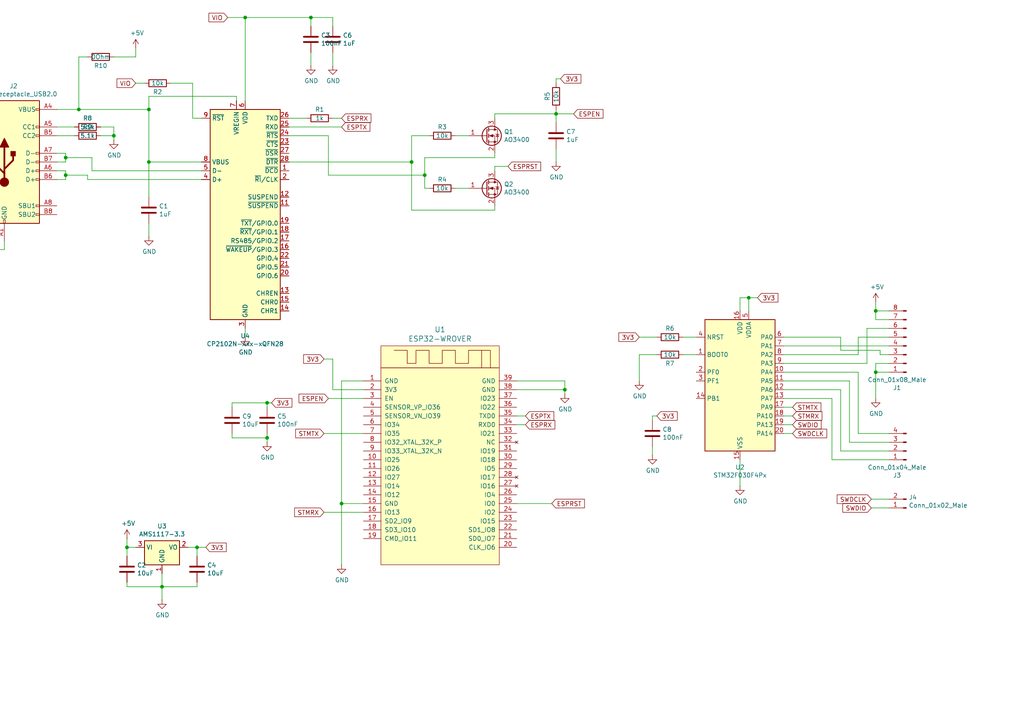
<source format=kicad_sch>
(kicad_sch (version 20250114) (generator "eeschema") (generator_version "9.0")
  (paper "A4")
  (lib_symbols
    (symbol "Connector:Conn_01x02_Male" (pin_names (offset 1.016) (hide yes))
      (property "Reference" "J" (at 0 2.54 0))
      (property "Value" "Connector_Conn_01x02_Male" (at 0 -5.08 0))
      (symbol "Conn_01x02_Male_1_1"
        (rectangle (start 0.8636 0.127) (end 0 -0.127) (stroke (width 0.1524)) (fill (type outline)))
        (rectangle (start 0.8636 -2.413) (end 0 -2.667) (stroke (width 0.1524)) (fill (type outline)))
        (polyline (pts (xy 1.27 0) (xy 0.8636 0)) (stroke (width 0.1524)))
        (polyline (pts (xy 1.27 -2.54) (xy 0.8636 -2.54)) (stroke (width 0.1524)))
        (pin passive line (at 5.08 0 180) (length 3.81) (name "Pin_1") (number "1"))
        (pin passive line (at 5.08 -2.54 180) (length 3.81) (name "Pin_2") (number "2"))
      )
    )
    (symbol "Connector:Conn_01x04_Male" (pin_names (offset 1.016) (hide yes))
      (property "Reference" "J" (at 0 5.08 0))
      (property "Value" "Connector_Conn_01x04_Male" (at 0 -7.62 0))
      (symbol "Conn_01x04_Male_1_1"
        (rectangle (start 0.8636 2.667) (end 0 2.413) (stroke (width 0.1524)) (fill (type outline)))
        (rectangle (start 0.8636 0.127) (end 0 -0.127) (stroke (width 0.1524)) (fill (type outline)))
        (rectangle (start 0.8636 -2.413) (end 0 -2.667) (stroke (width 0.1524)) (fill (type outline)))
        (rectangle (start 0.8636 -4.953) (end 0 -5.207) (stroke (width 0.1524)) (fill (type outline)))
        (polyline (pts (xy 1.27 2.54) (xy 0.8636 2.54)) (stroke (width 0.1524)))
        (polyline (pts (xy 1.27 0) (xy 0.8636 0)) (stroke (width 0.1524)))
        (polyline (pts (xy 1.27 -2.54) (xy 0.8636 -2.54)) (stroke (width 0.1524)))
        (polyline (pts (xy 1.27 -5.08) (xy 0.8636 -5.08)) (stroke (width 0.1524)))
        (pin passive line (at 5.08 2.54 180) (length 3.81) (name "Pin_1") (number "1"))
        (pin passive line (at 5.08 0 180) (length 3.81) (name "Pin_2") (number "2"))
        (pin passive line (at 5.08 -2.54 180) (length 3.81) (name "Pin_3") (number "3"))
        (pin passive line (at 5.08 -5.08 180) (length 3.81) (name "Pin_4") (number "4"))
      )
    )
    (symbol "Connector:Conn_01x08_Male" (pin_names (offset 1.016) (hide yes))
      (property "Reference" "J" (at 0 10.16 0))
      (property "Value" "Connector_Conn_01x08_Male" (at 0 -12.7 0))
      (symbol "Conn_01x08_Male_1_1"
        (rectangle (start 0.8636 7.747) (end 0 7.493) (stroke (width 0.1524)) (fill (type outline)))
        (rectangle (start 0.8636 5.207) (end 0 4.953) (stroke (width 0.1524)) (fill (type outline)))
        (rectangle (start 0.8636 2.667) (end 0 2.413) (stroke (width 0.1524)) (fill (type outline)))
        (rectangle (start 0.8636 0.127) (end 0 -0.127) (stroke (width 0.1524)) (fill (type outline)))
        (rectangle (start 0.8636 -2.413) (end 0 -2.667) (stroke (width 0.1524)) (fill (type outline)))
        (rectangle (start 0.8636 -4.953) (end 0 -5.207) (stroke (width 0.1524)) (fill (type outline)))
        (rectangle (start 0.8636 -7.493) (end 0 -7.747) (stroke (width 0.1524)) (fill (type outline)))
        (rectangle (start 0.8636 -10.033) (end 0 -10.287) (stroke (width 0.1524)) (fill (type outline)))
        (polyline (pts (xy 1.27 7.62) (xy 0.8636 7.62)) (stroke (width 0.1524)))
        (polyline (pts (xy 1.27 5.08) (xy 0.8636 5.08)) (stroke (width 0.1524)))
        (polyline (pts (xy 1.27 2.54) (xy 0.8636 2.54)) (stroke (width 0.1524)))
        (polyline (pts (xy 1.27 0) (xy 0.8636 0)) (stroke (width 0.1524)))
        (polyline (pts (xy 1.27 -2.54) (xy 0.8636 -2.54)) (stroke (width 0.1524)))
        (polyline (pts (xy 1.27 -5.08) (xy 0.8636 -5.08)) (stroke (width 0.1524)))
        (polyline (pts (xy 1.27 -7.62) (xy 0.8636 -7.62)) (stroke (width 0.1524)))
        (polyline (pts (xy 1.27 -10.16) (xy 0.8636 -10.16)) (stroke (width 0.1524)))
        (pin passive line (at 5.08 7.62 180) (length 3.81) (name "Pin_1") (number "1"))
        (pin passive line (at 5.08 5.08 180) (length 3.81) (name "Pin_2") (number "2"))
        (pin passive line (at 5.08 2.54 180) (length 3.81) (name "Pin_3") (number "3"))
        (pin passive line (at 5.08 0 180) (length 3.81) (name "Pin_4") (number "4"))
        (pin passive line (at 5.08 -2.54 180) (length 3.81) (name "Pin_5") (number "5"))
        (pin passive line (at 5.08 -5.08 180) (length 3.81) (name "Pin_6") (number "6"))
        (pin passive line (at 5.08 -7.62 180) (length 3.81) (name "Pin_7") (number "7"))
        (pin passive line (at 5.08 -10.16 180) (length 3.81) (name "Pin_8") (number "8"))
      )
    )
    (symbol "Connector:USB_C_Receptacle_USB2.0" (pin_names (offset 1.016))
      (property "Reference" "J" (at -10.16 19.05 0))
      (property "Value" "Connector_USB_C_Receptacle_USB2.0" (at 19.05 19.05 0))
      (symbol "USB_C_Receptacle_USB2.0_0_0"
        (rectangle (start -0.254 -17.78) (end 0.254 -16.764))
        (rectangle (start 10.16 15.494) (end 9.144 14.986))
        (rectangle (start 10.16 10.414) (end 9.144 9.906))
        (rectangle (start 10.16 7.874) (end 9.144 7.366))
        (rectangle (start 10.16 2.794) (end 9.144 2.286))
        (rectangle (start 10.16 0.254) (end 9.144 -0.254))
        (rectangle (start 10.16 -2.286) (end 9.144 -2.794))
        (rectangle (start 10.16 -4.826) (end 9.144 -5.334))
        (rectangle (start 10.16 -12.446) (end 9.144 -12.954))
        (rectangle (start 10.16 -14.986) (end 9.144 -15.494))
      )
      (symbol "USB_C_Receptacle_USB2.0_0_1"
        (rectangle (start -10.16 17.78) (end 10.16 -17.78) (stroke (width 0.254)) (fill (type background)))
        (polyline (pts (xy -8.89 -3.81) (xy -8.89 3.81)) (stroke (width 0.508)))
        (rectangle (start -7.62 -3.81) (end -6.35 3.81) (stroke (width 0.254)) (fill (type outline)))
        (arc (start -8.89 3.81) (mid -6.985 5.715) (end -5.08 3.81) (stroke (width 0.508)))
        (arc (start -7.62 3.81) (mid -6.985 4.445) (end -6.35 3.81) (stroke (width 0.254)))
        (arc (start -7.62 3.81) (mid -6.985 4.445) (end -6.35 3.81) (stroke (width 0.254)) (fill (type outline)))
        (arc (start -6.35 -3.81) (mid -6.985 -4.445) (end -7.62 -3.81) (stroke (width 0.254)))
        (arc (start -6.35 -3.81) (mid -6.985 -4.445) (end -7.62 -3.81) (stroke (width 0.254)) (fill (type outline)))
        (arc (start -5.08 -3.81) (mid -6.985 -5.715) (end -8.89 -3.81) (stroke (width 0.508)))
        (polyline (pts (xy -5.08 3.81) (xy -5.08 -3.81)) (stroke (width 0.508)))
        (circle (center -2.54 1.143) (radius 0.635) (stroke (width 0.254)) (fill (type outline)))
        (polyline (pts (xy -1.27 4.318) (xy 0 6.858) (xy 1.27 4.318) (xy -1.27 4.318)) (stroke (width 0.254)) (fill (type outline)))
        (polyline (pts (xy 0 -2.032) (xy 2.54 0.508) (xy 2.54 1.778)) (stroke (width 0.508)))
        (polyline (pts (xy 0 -3.302) (xy -2.54 -0.762) (xy -2.54 0.508)) (stroke (width 0.508)))
        (polyline (pts (xy 0 -5.842) (xy 0 4.318)) (stroke (width 0.508)))
        (circle (center 0 -5.842) (radius 1.27) (fill (type outline)))
        (rectangle (start 1.905 1.778) (end 3.175 3.048) (stroke (width 0.254)) (fill (type outline)))
      )
      (symbol "USB_C_Receptacle_USB2.0_1_1"
        (pin passive line (at -7.62 -22.86 90) (length 5.08) (name "SHIELD") (number "S1"))
        (pin power_in line (at 0 -22.86 90) (length 5.08) (name "GND") (number "A1"))
        (pin passive line (at 0 -22.86 90) (length 5.08) (hide yes) (name "GND") (number "A12"))
        (pin passive line (at 0 -22.86 90) (length 5.08) (hide yes) (name "GND") (number "B1"))
        (pin passive line (at 0 -22.86 90) (length 5.08) (hide yes) (name "GND") (number "B12"))
        (pin power_in line (at 15.24 15.24 180) (length 5.08) (name "VBUS") (number "A4"))
        (pin passive line (at 15.24 15.24 180) (length 5.08) (hide yes) (name "VBUS") (number "A9"))
        (pin passive line (at 15.24 15.24 180) (length 5.08) (hide yes) (name "VBUS") (number "B4"))
        (pin passive line (at 15.24 15.24 180) (length 5.08) (hide yes) (name "VBUS") (number "B9"))
        (pin bidirectional line (at 15.24 10.16 180) (length 5.08) (name "CC1") (number "A5"))
        (pin bidirectional line (at 15.24 7.62 180) (length 5.08) (name "CC2") (number "B5"))
        (pin bidirectional line (at 15.24 2.54 180) (length 5.08) (name "D-") (number "A7"))
        (pin bidirectional line (at 15.24 0 180) (length 5.08) (name "D-") (number "B7"))
        (pin bidirectional line (at 15.24 -2.54 180) (length 5.08) (name "D+") (number "A6"))
        (pin bidirectional line (at 15.24 -5.08 180) (length 5.08) (name "D+") (number "B6"))
        (pin bidirectional line (at 15.24 -12.7 180) (length 5.08) (name "SBU1") (number "A8"))
        (pin bidirectional line (at 15.24 -15.24 180) (length 5.08) (name "SBU2") (number "B8"))
      )
    )
    (symbol "Device:C" (pin_numbers (hide yes)) (pin_names (offset 0.254))
      (property "Reference" "C" (at 0.635 2.54 0))
      (property "Value" "C" (at 0.635 -2.54 0))
      (symbol "C_0_1"
        (polyline (pts (xy -2.032 0.762) (xy 2.032 0.762)) (stroke (width 0.508)))
        (polyline (pts (xy -2.032 -0.762) (xy 2.032 -0.762)) (stroke (width 0.508)))
      )
      (symbol "C_1_1"
        (pin passive line (at 0 3.81 270) (length 2.794) (name "~") (number "1"))
        (pin passive line (at 0 -3.81 90) (length 2.794) (name "~") (number "2"))
      )
    )
    (symbol "Device:R" (pin_numbers (hide yes)) (pin_names (offset 0))
      (property "Reference" "R" (at 2.032 0 90))
      (property "Value" "R" (at 0 0 90))
      (symbol "R_0_1"
        (rectangle (start -1.016 -2.54) (end 1.016 2.54) (stroke (width 0.254)))
      )
      (symbol "R_1_1"
        (pin passive line (at 0 3.81 270) (length 1.27) (name "~") (number "1"))
        (pin passive line (at 0 -3.81 90) (length 1.27) (name "~") (number "2"))
      )
    )
    (symbol "Interface_USB:CP2102N-Axx-xQFN28"
      (property "Reference" "U" (at -8.89 31.75 0))
      (property "Value" "CP2102N-Axx-xQFN28" (at 12.7 31.75 0))
      (symbol "CP2102N-Axx-xQFN28_0_1"
        (rectangle (start -10.16 30.48) (end 10.16 -30.48) (stroke (width 0.254)) (fill (type background)))
      )
      (symbol "CP2102N-Axx-xQFN28_1_1"
        (pin input line (at -12.7 27.94 0) (length 2.54) (name "~{RST}") (number "9"))
        (pin input line (at -12.7 15.24 0) (length 2.54) (name "VBUS") (number "8"))
        (pin bidirectional line (at -12.7 12.7 0) (length 2.54) (name "D-") (number "5"))
        (pin bidirectional line (at -12.7 10.16 0) (length 2.54) (name "D+") (number "4"))
        (pin no_connect line (at -10.16 -27.94 0) (length 2.54) (hide yes) (name "NC") (number "10"))
        (pin power_in line (at -2.54 33.02 270) (length 2.54) (name "VREGIN") (number "7"))
        (pin power_in line (at 0 33.02 270) (length 2.54) (name "VDD") (number "6"))
        (pin passive line (at 0 -33.02 90) (length 2.54) (hide yes) (name "GND") (number "29"))
        (pin power_in line (at 0 -33.02 90) (length 2.54) (name "GND") (number "3"))
        (pin output line (at 12.7 27.94 180) (length 2.54) (name "TXD") (number "26"))
        (pin input line (at 12.7 25.4 180) (length 2.54) (name "RXD") (number "25"))
        (pin output line (at 12.7 22.86 180) (length 2.54) (name "~{RTS}") (number "24"))
        (pin input line (at 12.7 20.32 180) (length 2.54) (name "~{CTS}") (number "23"))
        (pin input line (at 12.7 17.78 180) (length 2.54) (name "~{DSR}") (number "27"))
        (pin output line (at 12.7 15.24 180) (length 2.54) (name "~{DTR}") (number "28"))
        (pin input line (at 12.7 12.7 180) (length 2.54) (name "~{DCD}") (number "1"))
        (pin bidirectional line (at 12.7 10.16 180) (length 2.54) (name "~{RI}/CLK") (number "2"))
        (pin output line (at 12.7 5.08 180) (length 2.54) (name "SUSPEND") (number "12"))
        (pin output line (at 12.7 2.54 180) (length 2.54) (name "~{SUSPEND}") (number "11"))
        (pin bidirectional line (at 12.7 -2.54 180) (length 2.54) (name "~{TXT}/GPIO.0") (number "19"))
        (pin bidirectional line (at 12.7 -5.08 180) (length 2.54) (name "~{RXT}/GPIO.1") (number "18"))
        (pin bidirectional line (at 12.7 -7.62 180) (length 2.54) (name "RS485/GPIO.2") (number "17"))
        (pin bidirectional line (at 12.7 -10.16 180) (length 2.54) (name "~{WAKEUP}/GPIO.3") (number "16"))
        (pin bidirectional line (at 12.7 -12.7 180) (length 2.54) (name "GPIO.4") (number "22"))
        (pin bidirectional line (at 12.7 -15.24 180) (length 2.54) (name "GPIO.5") (number "21"))
        (pin bidirectional line (at 12.7 -17.78 180) (length 2.54) (name "GPIO.6") (number "20"))
        (pin output line (at 12.7 -22.86 180) (length 2.54) (name "CHREN") (number "13"))
        (pin output line (at 12.7 -25.4 180) (length 2.54) (name "CHR0") (number "15"))
        (pin output line (at 12.7 -27.94 180) (length 2.54) (name "CHR1") (number "14"))
      )
    )
    (symbol "MCU_ST_STM32F0:STM32F030F4Px"
      (property "Reference" "U" (at -10.16 21.59 0))
      (property "Value" "STM32F030F4Px" (at 5.08 21.59 0))
      (symbol "STM32F030F4Px_0_1"
        (rectangle (start -10.16 -17.78) (end 10.16 20.32) (stroke (width 0.254)) (fill (type background)))
      )
      (symbol "STM32F030F4Px_1_1"
        (pin input line (at -12.7 15.24 0) (length 2.54) (name "NRST") (number "4"))
        (pin input line (at -12.7 10.16 0) (length 2.54) (name "BOOT0") (number "1"))
        (pin bidirectional line (at -12.7 5.08 0) (length 2.54) (name "PF0") (number "2"))
        (pin bidirectional line (at -12.7 2.54 0) (length 2.54) (name "PF1") (number "3"))
        (pin bidirectional line (at -12.7 -2.54 0) (length 2.54) (name "PB1") (number "14"))
        (pin power_in line (at 0 22.86 270) (length 2.54) (name "VDD") (number "16"))
        (pin power_in line (at 0 -20.32 90) (length 2.54) (name "VSS") (number "15"))
        (pin power_in line (at 2.54 22.86 270) (length 2.54) (name "VDDA") (number "5"))
        (pin bidirectional line (at 12.7 15.24 180) (length 2.54) (name "PA0") (number "6"))
        (pin bidirectional line (at 12.7 12.7 180) (length 2.54) (name "PA1") (number "7"))
        (pin bidirectional line (at 12.7 10.16 180) (length 2.54) (name "PA2") (number "8"))
        (pin bidirectional line (at 12.7 7.62 180) (length 2.54) (name "PA3") (number "9"))
        (pin bidirectional line (at 12.7 5.08 180) (length 2.54) (name "PA4") (number "10"))
        (pin bidirectional line (at 12.7 2.54 180) (length 2.54) (name "PA5") (number "11"))
        (pin bidirectional line (at 12.7 0 180) (length 2.54) (name "PA6") (number "12"))
        (pin bidirectional line (at 12.7 -2.54 180) (length 2.54) (name "PA7") (number "13"))
        (pin bidirectional line (at 12.7 -5.08 180) (length 2.54) (name "PA9") (number "17"))
        (pin bidirectional line (at 12.7 -7.62 180) (length 2.54) (name "PA10") (number "18"))
        (pin bidirectional line (at 12.7 -10.16 180) (length 2.54) (name "PA13") (number "19"))
        (pin bidirectional line (at 12.7 -12.7 180) (length 2.54) (name "PA14") (number "20"))
      )
    )
    (symbol "Regulator_Linear:AMS1117-3.3"
      (property "Reference" "U" (at -3.81 3.175 0))
      (property "Value" "AMS1117-3.3" (at 0 3.175 0))
      (symbol "AMS1117-3.3_0_1"
        (rectangle (start -5.08 -5.08) (end 5.08 1.905) (stroke (width 0.254)) (fill (type background)))
      )
      (symbol "AMS1117-3.3_1_1"
        (pin power_in line (at -7.62 0 0) (length 2.54) (name "VI") (number "3"))
        (pin power_in line (at 0 -7.62 90) (length 2.54) (name "GND") (number "1"))
        (pin power_out line (at 7.62 0 180) (length 2.54) (name "VO") (number "2"))
      )
    )
    (symbol "Transistor_FET:BSS138" (pin_names (hide yes))
      (property "Reference" "Q" (at 5.08 1.905 0))
      (property "Value" "BSS138" (at 5.08 0 0))
      (symbol "BSS138_0_1"
        (polyline (pts (xy 0.254 1.905) (xy 0.254 -1.905)) (stroke (width 0.254)))
        (polyline (pts (xy 0.254 0) (xy -2.54 0)))
        (polyline (pts (xy 0.762 2.286) (xy 0.762 1.27)) (stroke (width 0.254)))
        (polyline (pts (xy 0.762 0.508) (xy 0.762 -0.508)) (stroke (width 0.254)))
        (polyline (pts (xy 0.762 -1.27) (xy 0.762 -2.286)) (stroke (width 0.254)))
        (polyline (pts (xy 0.762 -1.778) (xy 3.302 -1.778) (xy 3.302 1.778) (xy 0.762 1.778)))
        (polyline (pts (xy 1.016 0) (xy 2.032 0.381) (xy 2.032 -0.381) (xy 1.016 0)) (fill (type outline)))
        (circle (center 1.651 0) (radius 2.794) (stroke (width 0.254)))
        (polyline (pts (xy 2.54 2.54) (xy 2.54 1.778)))
        (circle (center 2.54 1.778) (radius 0.254) (fill (type outline)))
        (circle (center 2.54 -1.778) (radius 0.254) (fill (type outline)))
        (polyline (pts (xy 2.54 -2.54) (xy 2.54 0) (xy 0.762 0)))
        (polyline (pts (xy 2.794 0.508) (xy 2.921 0.381) (xy 3.683 0.381) (xy 3.81 0.254)))
        (polyline (pts (xy 3.302 0.381) (xy 2.921 -0.254) (xy 3.683 -0.254) (xy 3.302 0.381)))
      )
      (symbol "BSS138_1_1"
        (pin input line (at -5.08 0 0) (length 2.54) (name "G") (number "1"))
        (pin passive line (at 2.54 5.08 270) (length 2.54) (name "D") (number "3"))
        (pin passive line (at 2.54 -5.08 90) (length 2.54) (name "S") (number "2"))
      )
    )
    (symbol "esp32-wrover:ESP32-WROVER" (pin_names (offset 1.016))
      (property "Reference" "U" (at -15.24 -33.02 0))
      (property "Value" "ESP32-WROVER" (at 6.35 -33.02 0))
      (symbol "ESP32-WROVER_0_1"
        (rectangle (start -17.78 29.21) (end 16.51 22.86) (fill (type background)))
        (rectangle (start -17.78 22.86) (end 16.51 -34.29) (fill (type background)))
        (polyline (pts (xy -13.97 27.94) (xy -10.16 27.94) (xy -10.16 24.13) (xy -7.62 24.13) (xy -7.62 27.94) (xy -3.81 27.94) (xy -3.81 24.13) (xy 0 24.13) (xy 0 27.94) (xy 3.81 27.94) (xy 3.81 24.13) (xy 7.62 24.13) (xy 7.62 27.94) (xy 11.43 27.94) (xy 11.43 22.86)))
        (polyline (pts (xy 11.43 27.94) (xy 13.97 27.94) (xy 13.97 22.86)))
      )
      (symbol "ESP32-WROVER_1_1"
        (pin power_in line (at -22.86 19.05 0) (length 5.08) (name "GND") (number "1"))
        (pin power_in line (at -22.86 16.51 0) (length 5.08) (name "3V3") (number "2"))
        (pin input line (at -22.86 13.97 0) (length 5.08) (name "EN") (number "3"))
        (pin input line (at -22.86 11.43 0) (length 5.08) (name "SENSOR_VP_IO36") (number "4"))
        (pin input line (at -22.86 8.89 0) (length 5.08) (name "SENSOR_VN_IO39") (number "5"))
        (pin input line (at -22.86 6.35 0) (length 5.08) (name "IO34") (number "6"))
        (pin input line (at -22.86 3.81 0) (length 5.08) (name "IO35") (number "7"))
        (pin bidirectional line (at -22.86 1.27 0) (length 5.08) (name "IO32_XTAL_32K_P") (number "8"))
        (pin bidirectional line (at -22.86 -1.27 0) (length 5.08) (name "IO33_XTAL_32K_N") (number "9"))
        (pin bidirectional line (at -22.86 -3.81 0) (length 5.08) (name "IO25") (number "10"))
        (pin bidirectional line (at -22.86 -6.35 0) (length 5.08) (name "IO26") (number "11"))
        (pin bidirectional line (at -22.86 -8.89 0) (length 5.08) (name "IO27") (number "12"))
        (pin bidirectional line (at -22.86 -11.43 0) (length 5.08) (name "IO14") (number "13"))
        (pin bidirectional line (at -22.86 -13.97 0) (length 5.08) (name "IO12") (number "14"))
        (pin power_in line (at -22.86 -16.51 0) (length 5.08) (name "GND") (number "15"))
        (pin bidirectional line (at -22.86 -19.05 0) (length 5.08) (name "IO13") (number "16"))
        (pin bidirectional line (at -22.86 -21.59 0) (length 5.08) (name "SD2_IO9") (number "17"))
        (pin bidirectional line (at -22.86 -24.13 0) (length 5.08) (name "SD3_IO10") (number "18"))
        (pin bidirectional line (at -22.86 -26.67 0) (length 5.08) (name "CMD_IO11") (number "19"))
        (pin power_in line (at 21.59 19.05 180) (length 5.08) (name "GND") (number "39"))
        (pin power_in line (at 21.59 16.51 180) (length 5.08) (name "GND") (number "38"))
        (pin bidirectional line (at 21.59 13.97 180) (length 5.08) (name "IO23") (number "37"))
        (pin bidirectional line (at 21.59 11.43 180) (length 5.08) (name "IO22") (number "36"))
        (pin output line (at 21.59 8.89 180) (length 5.08) (name "TXD0") (number "35"))
        (pin input line (at 21.59 6.35 180) (length 5.08) (name "RXD0") (number "34"))
        (pin bidirectional line (at 21.59 3.81 180) (length 5.08) (name "IO21") (number "33"))
        (pin no_connect line (at 21.59 1.27 180) (length 5.08) (name "NC") (number "32"))
        (pin bidirectional line (at 21.59 -1.27 180) (length 5.08) (name "IO19") (number "31"))
        (pin bidirectional line (at 21.59 -3.81 180) (length 5.08) (name "IO18") (number "30"))
        (pin bidirectional line (at 21.59 -6.35 180) (length 5.08) (name "IO5") (number "29"))
        (pin no_connect line (at 21.59 -8.89 180) (length 5.08) (name "IO17") (number "28"))
        (pin no_connect line (at 21.59 -11.43 180) (length 5.08) (name "IO16") (number "27"))
        (pin bidirectional line (at 21.59 -13.97 180) (length 5.08) (name "IO4") (number "26"))
        (pin bidirectional line (at 21.59 -16.51 180) (length 5.08) (name "IO0") (number "25"))
        (pin bidirectional line (at 21.59 -19.05 180) (length 5.08) (name "IO2") (number "24"))
        (pin bidirectional line (at 21.59 -21.59 180) (length 5.08) (name "IO15") (number "23"))
        (pin bidirectional line (at 21.59 -24.13 180) (length 5.08) (name "SD1_IO8") (number "22"))
        (pin bidirectional line (at 21.59 -26.67 180) (length 5.08) (name "SD0_IO7") (number "21"))
        (pin bidirectional line (at 21.59 -29.21 180) (length 5.08) (name "CLK_IO6") (number "20"))
      )
    )
    (symbol "power:+5V" (power) (pin_numbers (hide yes)) (pin_names (offset 0) (hide yes))
      (property "Value" "+5V" (at 0 3.556 0))
      (symbol "+5V_0_1"
        (polyline (pts (xy -0.762 1.27) (xy 0 2.54)))
        (polyline (pts (xy 0 2.54) (xy 0.762 1.27)))
        (polyline (pts (xy 0 0) (xy 0 2.54)))
      )
      (symbol "+5V_1_1"
        (pin power_in line (at 0 0 90) (length 0) (name "~") (number "1"))
      )
    )
    (symbol "power:GND" (power) (pin_numbers (hide yes)) (pin_names (offset 0) (hide yes))
      (property "Value" "GND" (at 0 -3.81 0))
      (symbol "GND_0_1"
        (polyline (pts (xy 0 0) (xy 0 -1.27) (xy 1.27 -1.27) (xy 0 -2.54) (xy -1.27 -1.27) (xy 0 -1.27)))
      )
      (symbol "GND_1_1"
        (pin power_in line (at 0 0 270) (length 0) (name "~") (number "1"))
      )
    )
  )
  (junction (at 43.18 46.99))
  (junction (at 71.12 5.08))
  (junction (at 19.05 45.72))
  (junction (at -2.54 72.39))
  (junction (at 46.99 170.18))
  (junction (at 19.05 50.8))
  (junction (at 33.02 39.37))
  (junction (at 161.29 33.02))
  (junction (at 119.38 46.99))
  (junction (at 254 90.17))
  (junction (at 254 107.95))
  (junction (at 57.15 158.75))
  (junction (at 77.47 116.84))
  (junction (at 99.06 146.05))
  (junction (at 123.19 50.8))
  (junction (at 43.18 31.75))
  (junction (at 90.17 5.08))
  (junction (at 36.83 158.75))
  (junction (at 22.86 31.75))
  (junction (at 77.47 127))
  (junction (at 163.83 113.03))
  (junction (at 217.17 86.36))
  (wire (pts (xy 57.15 170.18) (xy 46.99 170.18)))
  (wire (pts (xy 88.9 34.29) (xy 83.82 34.29)))
  (wire (pts (xy 99.06 110.49) (xy 99.06 146.05)))
  (wire (pts (xy 39.37 158.75) (xy 36.83 158.75)))
  (wire (pts (xy 25.4 16.51) (xy 22.86 16.51)))
  (wire (pts (xy 123.19 54.61) (xy 124.46 54.61)))
  (wire (pts (xy 99.06 146.05) (xy 99.06 163.83)))
  (wire (pts (xy 36.83 156.21) (xy 36.83 158.75)))
  (wire (pts (xy 90.17 15.24) (xy 90.17 19.05)))
  (wire (pts (xy 67.31 116.84) (xy 67.31 118.11)))
  (wire (pts (xy 190.5 102.87) (xy 185.42 102.87)))
  (wire (pts (xy 227.33 107.95) (xy 248.92 107.95)))
  (wire (pts (xy 119.38 39.37) (xy 119.38 46.99)))
  (wire (pts (xy 227.33 100.33) (xy 257.81 100.33)))
  (wire (pts (xy 54.61 158.75) (xy 57.15 158.75)))
  (wire (pts (xy 162.56 22.86) (xy 161.29 22.86)))
  (wire (pts (xy 43.18 46.99) (xy 58.42 46.99)))
  (wire (pts (xy 254 90.17) (xy 254 92.71)))
  (wire (pts (xy 19.05 45.72) (xy 19.05 46.99)))
  (wire (pts (xy 57.15 158.75) (xy 57.15 161.29)))
  (wire (pts (xy 161.29 22.86) (xy 161.29 24.13)))
  (wire (pts (xy 43.18 46.99) (xy 43.18 57.15)))
  (wire (pts (xy 68.58 27.94) (xy 43.18 27.94)))
  (wire (pts (xy 49.53 24.13) (xy 55.88 24.13)))
  (wire (pts (xy 185.42 110.49) (xy 185.42 102.87)))
  (wire (pts (xy 254 107.95) (xy 254 105.41)))
  (wire (pts (xy 96.52 34.29) (xy 99.06 34.29)))
  (wire (pts (xy 132.08 54.61) (xy 135.89 54.61)))
  (wire (pts (xy 26.67 45.72) (xy 19.05 45.72)))
  (wire (pts (xy 241.3 115.57) (xy 241.3 133.35)))
  (wire (pts (xy 149.86 110.49) (xy 163.83 110.49)))
  (wire (pts (xy 46.99 170.18) (xy 46.99 166.37)))
  (wire (pts (xy 161.29 35.56) (xy 161.29 33.02)))
  (wire (pts (xy 67.31 127) (xy 77.47 127)))
  (wire (pts (xy 217.17 86.36) (xy 214.63 86.36)))
  (wire (pts (xy 36.83 170.18) (xy 36.83 168.91)))
  (wire (pts (xy 251.46 95.25) (xy 257.81 95.25)))
  (wire (pts (xy 227.33 102.87) (xy 248.92 102.87)))
  (wire (pts (xy 19.05 50.8) (xy 25.4 50.8)))
  (wire (pts (xy 227.33 105.41) (xy 251.46 105.41)))
  (wire (pts (xy 229.87 118.11) (xy 227.33 118.11)))
  (wire (pts (xy 190.5 120.65) (xy 189.23 120.65)))
  (wire (pts (xy 132.08 39.37) (xy 135.89 39.37)))
  (wire (pts (xy 163.83 110.49) (xy 163.83 113.03)))
  (wire (pts (xy 248.92 107.95) (xy 248.92 125.73)))
  (wire (pts (xy 16.51 44.45) (xy 19.05 44.45)))
  (wire (pts (xy 123.19 50.8) (xy 123.19 45.72)))
  (wire (pts (xy 16.51 36.83) (xy 21.59 36.83)))
  (wire (pts (xy 16.51 52.07) (xy 19.05 52.07)))
  (wire (pts (xy 83.82 39.37) (xy 95.25 39.37)))
  (wire (pts (xy 25.4 50.8) (xy 25.4 52.07)))
  (wire (pts (xy 29.21 39.37) (xy 33.02 39.37)))
  (wire (pts (xy 77.47 125.73) (xy 77.47 127)))
  (wire (pts (xy 66.04 5.08) (xy 71.12 5.08)))
  (wire (pts (xy 68.58 29.21) (xy 68.58 27.94)))
  (wire (pts (xy 229.87 125.73) (xy 227.33 125.73)))
  (wire (pts (xy 22.86 16.51) (xy 22.86 31.75)))
  (wire (pts (xy 96.52 15.24) (xy 96.52 19.05)))
  (wire (pts (xy 149.86 113.03) (xy 163.83 113.03)))
  (wire (pts (xy 93.98 104.14) (xy 96.52 104.14)))
  (wire (pts (xy 33.02 39.37) (xy 33.02 40.64)))
  (wire (pts (xy 16.51 46.99) (xy 19.05 46.99)))
  (wire (pts (xy 19.05 52.07) (xy 19.05 50.8)))
  (wire (pts (xy 255.27 102.87) (xy 257.81 102.87)))
  (wire (pts (xy 123.19 45.72) (xy 143.51 45.72)))
  (wire (pts (xy 95.25 39.37) (xy 95.25 50.8)))
  (wire (pts (xy 246.38 110.49) (xy 246.38 128.27)))
  (wire (pts (xy 241.3 133.35) (xy 257.81 133.35)))
  (wire (pts (xy -6.35 72.39) (xy -2.54 72.39)))
  (wire (pts (xy 22.86 31.75) (xy 43.18 31.75)))
  (wire (pts (xy 67.31 125.73) (xy 67.31 127)))
  (wire (pts (xy -6.35 69.85) (xy -6.35 72.39)))
  (wire (pts (xy 229.87 120.65) (xy 227.33 120.65)))
  (wire (pts (xy 105.41 115.57) (xy 95.25 115.57)))
  (wire (pts (xy 217.17 86.36) (xy 217.17 90.17)))
  (wire (pts (xy 161.29 43.18) (xy 161.29 46.99)))
  (wire (pts (xy 143.51 34.29) (xy 143.51 33.02)))
  (wire (pts (xy 59.69 158.75) (xy 57.15 158.75)))
  (wire (pts (xy 96.52 7.62) (xy 96.52 5.08)))
  (wire (pts (xy 119.38 39.37) (xy 124.46 39.37)))
  (wire (pts (xy 25.4 52.07) (xy 58.42 52.07)))
  (wire (pts (xy 19.05 50.8) (xy 19.05 49.53)))
  (wire (pts (xy 152.4 123.19) (xy 149.86 123.19)))
  (wire (pts (xy 77.47 127) (xy 77.47 128.27)))
  (wire (pts (xy 83.82 46.99) (xy 119.38 46.99)))
  (wire (pts (xy 46.99 170.18) (xy 36.83 170.18)))
  (wire (pts (xy 36.83 158.75) (xy 36.83 161.29)))
  (wire (pts (xy 143.51 60.96) (xy 143.51 59.69)))
  (wire (pts (xy 248.92 97.79) (xy 257.81 97.79)))
  (wire (pts (xy 105.41 110.49) (xy 99.06 110.49)))
  (wire (pts (xy 119.38 60.96) (xy 143.51 60.96)))
  (wire (pts (xy 58.42 34.29) (xy 55.88 34.29)))
  (wire (pts (xy 254 107.95) (xy 257.81 107.95)))
  (wire (pts (xy 105.41 146.05) (xy 99.06 146.05)))
  (wire (pts (xy 123.19 54.61) (xy 123.19 50.8)))
  (wire (pts (xy 93.98 148.59) (xy 105.41 148.59)))
  (wire (pts (xy 29.21 36.83) (xy 33.02 36.83)))
  (wire (pts (xy 90.17 7.62) (xy 90.17 5.08)))
  (wire (pts (xy 254 90.17) (xy 257.81 90.17)))
  (wire (pts (xy 78.74 116.84) (xy 77.47 116.84)))
  (wire (pts (xy 58.42 49.53) (xy 26.67 49.53)))
  (wire (pts (xy 1.27 72.39) (xy 1.27 69.85)))
  (wire (pts (xy 152.4 120.65) (xy 149.86 120.65)))
  (wire (pts (xy 143.51 49.53) (xy 143.51 48.26)))
  (wire (pts (xy 214.63 86.36) (xy 214.63 90.17)))
  (wire (pts (xy 219.71 86.36) (xy 217.17 86.36)))
  (wire (pts (xy 77.47 116.84) (xy 77.47 118.11)))
  (wire (pts (xy 19.05 49.53) (xy 16.51 49.53)))
  (wire (pts (xy 96.52 113.03) (xy 105.41 113.03)))
  (wire (pts (xy 243.84 113.03) (xy 243.84 130.81)))
  (wire (pts (xy 96.52 5.08) (xy 90.17 5.08)))
  (wire (pts (xy 57.15 168.91) (xy 57.15 170.18)))
  (wire (pts (xy -2.54 72.39) (xy 1.27 72.39)))
  (wire (pts (xy 166.37 33.02) (xy 161.29 33.02)))
  (wire (pts (xy 248.92 125.73) (xy 257.81 125.73)))
  (wire (pts (xy 149.86 146.05) (xy 160.02 146.05)))
  (wire (pts (xy 16.51 39.37) (xy 21.59 39.37)))
  (wire (pts (xy 189.23 129.54) (xy 189.23 132.08)))
  (wire (pts (xy 246.38 128.27) (xy 257.81 128.27)))
  (wire (pts (xy 41.91 24.13) (xy 39.37 24.13)))
  (wire (pts (xy 227.33 115.57) (xy 241.3 115.57)))
  (wire (pts (xy 39.37 13.97) (xy 39.37 16.51)))
  (wire (pts (xy 46.99 173.99) (xy 46.99 170.18)))
  (wire (pts (xy 229.87 123.19) (xy 227.33 123.19)))
  (wire (pts (xy 71.12 29.21) (xy 71.12 5.08)))
  (wire (pts (xy 190.5 97.79) (xy 185.42 97.79)))
  (wire (pts (xy 254 105.41) (xy 257.81 105.41)))
  (wire (pts (xy 252.73 147.32) (xy 257.81 147.32)))
  (wire (pts (xy 16.51 31.75) (xy 22.86 31.75)))
  (wire (pts (xy 119.38 46.99) (xy 119.38 60.96)))
  (wire (pts (xy 254 92.71) (xy 257.81 92.71)))
  (wire (pts (xy 243.84 130.81) (xy 257.81 130.81)))
  (wire (pts (xy 252.73 144.78) (xy 257.81 144.78)))
  (wire (pts (xy 55.88 34.29) (xy 55.88 24.13)))
  (wire (pts (xy 161.29 31.75) (xy 161.29 33.02)))
  (wire (pts (xy 255.27 101.6) (xy 255.27 102.87)))
  (wire (pts (xy 189.23 120.65) (xy 189.23 121.92)))
  (wire (pts (xy 243.84 101.6) (xy 255.27 101.6)))
  (wire (pts (xy 77.47 116.84) (xy 67.31 116.84)))
  (wire (pts (xy 95.25 50.8) (xy 123.19 50.8)))
  (wire (pts (xy 83.82 36.83) (xy 99.06 36.83)))
  (wire (pts (xy 143.51 45.72) (xy 143.51 44.45)))
  (wire (pts (xy 33.02 36.83) (xy 33.02 39.37)))
  (wire (pts (xy -2.54 72.39) (xy -2.54 82.55)))
  (wire (pts (xy 227.33 113.03) (xy 243.84 113.03)))
  (wire (pts (xy 26.67 49.53) (xy 26.67 45.72)))
  (wire (pts (xy 227.33 110.49) (xy 246.38 110.49)))
  (wire (pts (xy 96.52 104.14) (xy 96.52 113.03)))
  (wire (pts (xy 147.32 48.26) (xy 143.51 48.26)))
  (wire (pts (xy 214.63 133.35) (xy 214.63 140.97)))
  (wire (pts (xy 254 115.57) (xy 254 107.95)))
  (wire (pts (xy 161.29 33.02) (xy 143.51 33.02)))
  (wire (pts (xy 43.18 27.94) (xy 43.18 31.75)))
  (wire (pts (xy 43.18 64.77) (xy 43.18 68.58)))
  (wire (pts (xy 227.33 97.79) (xy 243.84 97.79)))
  (wire (pts (xy 243.84 97.79) (xy 243.84 101.6)))
  (wire (pts (xy 33.02 16.51) (xy 39.37 16.51)))
  (wire (pts (xy 248.92 102.87) (xy 248.92 97.79)))
  (wire (pts (xy 93.98 125.73) (xy 105.41 125.73)))
  (wire (pts (xy 251.46 105.41) (xy 251.46 95.25)))
  (wire (pts (xy 19.05 44.45) (xy 19.05 45.72)))
  (wire (pts (xy 163.83 113.03) (xy 163.83 114.3)))
  (wire (pts (xy 71.12 95.25) (xy 71.12 97.79)))
  (wire (pts (xy 71.12 5.08) (xy 90.17 5.08)))
  (wire (pts (xy 43.18 31.75) (xy 43.18 46.99)))
  (wire (pts (xy 198.12 97.79) (xy 201.93 97.79)))
  (wire (pts (xy 201.93 102.87) (xy 198.12 102.87)))
  (wire (pts (xy 254 87.63) (xy 254 90.17)))
  (global_label "ESPRST" (shape input) (at 160.02 146.05 0) (property "Intersheetrefs" "${INTERSHEET_REFS}" (effects (hide yes))))
  (global_label "ESPEN" (shape input) (at 166.37 33.02 0) (property "Intersheetrefs" "${INTERSHEET_REFS}" (effects (hide yes))))
  (global_label "VIO" (shape input) (at 39.37 24.13 180) (property "Intersheetrefs" "${INTERSHEET_REFS}" (effects (hide yes))))
  (global_label "3V3" (shape input) (at 190.5 120.65 0) (property "Intersheetrefs" "${INTERSHEET_REFS}" (effects (hide yes))))
  (global_label "SWDIO" (shape input) (at 252.73 147.32 180) (property "Intersheetrefs" "${INTERSHEET_REFS}" (effects (hide yes))))
  (global_label "STMTX" (shape input) (at 229.87 118.11 0) (property "Intersheetrefs" "${INTERSHEET_REFS}" (effects (hide yes))))
  (global_label "VIO" (shape input) (at 66.04 5.08 180) (property "Intersheetrefs" "${INTERSHEET_REFS}" (effects (hide yes))))
  (global_label "3V3" (shape input) (at 93.98 104.14 180) (property "Intersheetrefs" "${INTERSHEET_REFS}" (effects (hide yes))))
  (global_label "ESPTX" (shape input) (at 152.4 120.65 0) (property "Intersheetrefs" "${INTERSHEET_REFS}" (effects (hide yes))))
  (global_label "3V3" (shape input) (at 185.42 97.79 180) (property "Intersheetrefs" "${INTERSHEET_REFS}" (effects (hide yes))))
  (global_label "ESPRX" (shape input) (at 152.4 123.19 0) (property "Intersheetrefs" "${INTERSHEET_REFS}" (effects (hide yes))))
  (global_label "3V3" (shape input) (at 219.71 86.36 0) (property "Intersheetrefs" "${INTERSHEET_REFS}" (effects (hide yes))))
  (global_label "3V3" (shape input) (at 162.56 22.86 0) (property "Intersheetrefs" "${INTERSHEET_REFS}" (effects (hide yes))))
  (global_label "STMTX" (shape input) (at 93.98 125.73 180) (property "Intersheetrefs" "${INTERSHEET_REFS}" (effects (hide yes))))
  (global_label "ESPRST" (shape input) (at 147.32 48.26 0) (property "Intersheetrefs" "${INTERSHEET_REFS}" (effects (hide yes))))
  (global_label "3V3" (shape input) (at 59.69 158.75 0) (property "Intersheetrefs" "${INTERSHEET_REFS}" (effects (hide yes))))
  (global_label "ESPEN" (shape input) (at 95.25 115.57 180) (property "Intersheetrefs" "${INTERSHEET_REFS}" (effects (hide yes))))
  (global_label "STMRX" (shape input) (at 93.98 148.59 180) (property "Intersheetrefs" "${INTERSHEET_REFS}" (effects (hide yes))))
  (global_label "SWDCLK" (shape input) (at 229.87 125.73 0) (property "Intersheetrefs" "${INTERSHEET_REFS}" (effects (hide yes))))
  (global_label "SWDIO" (shape input) (at 229.87 123.19 0) (property "Intersheetrefs" "${INTERSHEET_REFS}" (effects (hide yes))))
  (global_label "ESPTX" (shape input) (at 99.06 36.83 0) (property "Intersheetrefs" "${INTERSHEET_REFS}" (effects (hide yes))))
  (global_label "ESPRX" (shape input) (at 99.06 34.29 0) (property "Intersheetrefs" "${INTERSHEET_REFS}" (effects (hide yes))))
  (global_label "3V3" (shape input) (at 78.74 116.84 0) (property "Intersheetrefs" "${INTERSHEET_REFS}" (effects (hide yes))))
  (global_label "SWDCLK" (shape input) (at 252.73 144.78 180) (property "Intersheetrefs" "${INTERSHEET_REFS}" (effects (hide yes))))
  (global_label "STMRX" (shape input) (at 229.87 120.65 0) (property "Intersheetrefs" "${INTERSHEET_REFS}" (effects (hide yes))))
  (symbol (lib_id "esp32-wrover:ESP32-WROVER") (at 128.27 129.54 0) (unit 1)
    (property "Reference" "U1" (at 127.635 95.5802 0) (effects (font (size 1.524 1.524))))
    (property "Value" "ESP32-WROVER" (at 127.635 98.2726 0) (effects (font (size 1.524 1.524))))
    (property "Footprint" "esp32-wrover:XCVR_ESP32-WROVER" (effects (hide yes)))
  )
  (symbol (lib_id "MCU_ST_STM32F0:STM32F030F4Px") (at 214.63 113.03 0) (unit 1)
    (property "Reference" "U2" (at 214.63 135.5344 0))
    (property "Value" "STM32F030F4Px" (at 214.63 137.8458 0))
    (property "Footprint" "Package_SO:TSSOP-20_4.4x6.5mm_P0.65mm" (effects (hide yes)))
    (property "Datasheet" "http://www.st.com/st-web-ui/static/active/en/resource/technical/document/datasheet/DM00088500.pdf" (effects (hide yes)))
    (property "LCSC" "C89040" (effects (hide yes)))
  )
  (symbol (lib_id "Regulator_Linear:AMS1117-3.3") (at 46.99 158.75 0) (unit 1)
    (property "Reference" "U3" (at 46.99 152.6032 0))
    (property "Value" "AMS1117-3.3" (at 46.99 154.9146 0))
    (property "Footprint" "Package_TO_SOT_SMD:SOT-223-3_TabPin2" (effects (hide yes)))
    (property "Datasheet" "http://www.advanced-monolithic.com/pdf/ds1117.pdf" (effects (hide yes)))
    (property "LCSC" "C6186" (effects (hide yes)))
  )
  (symbol (lib_id "Connector:Conn_01x08_Male") (at 262.89 100.33 180) (unit 1)
    (property "Reference" "J1" (at 260.1976 112.4712 0))
    (property "Value" "Conn_01x08_Male" (at 260.1976 110.1598 0))
    (property "Footprint" "Connector_PinHeader_2.54mm:PinHeader_1x08_P2.54mm_Vertical" (effects (hide yes)))
  )
  (symbol (lib_id "Connector:Conn_01x04_Male") (at 262.89 130.81 180) (unit 1)
    (property "Reference" "J3" (at 260.1976 137.8712 0))
    (property "Value" "Conn_01x04_Male" (at 260.1976 135.5598 0))
    (property "Footprint" "Connector_PinHeader_2.54mm:PinHeader_1x04_P2.54mm_Vertical" (effects (hide yes)))
  )
  (symbol (lib_id "power:GND") (at 254 115.57 0) (unit 1)
    (property "Reference" "#PWR0101" (effects (hide yes)))
    (property "Value" "GND" (at 254.127 119.9642 0))
  )
  (symbol (lib_id "power:+5V") (at 254 87.63 0) (unit 1)
    (property "Reference" "#PWR0102" (effects (hide yes)))
    (property "Value" "+5V" (at 254.381 83.2358 0))
  )
  (symbol (lib_id "power:GND") (at 214.63 140.97 0) (unit 1)
    (property "Reference" "#PWR0103" (effects (hide yes)))
    (property "Value" "GND" (at 214.757 145.3642 0))
  )
  (symbol (lib_id "Device:C") (at 57.15 165.1 0) (unit 1)
    (property "Reference" "C4" (at 60.071 163.9316 0) (effects (justify left)))
    (property "Value" "10uF" (at 60.071 166.243 0) (effects (justify left)))
    (property "Footprint" "esp32-wrover:C_0603_1608Metric" (effects (hide yes)))
    (property "LCSC" "C15850" (effects (hide yes)))
  )
  (symbol (lib_id "Device:C") (at 36.83 165.1 0) (unit 1)
    (property "Reference" "C2" (at 39.751 163.9316 0) (effects (justify left)))
    (property "Value" "10uF" (at 39.751 166.243 0) (effects (justify left)))
    (property "Footprint" "esp32-wrover:C_0603_1608Metric" (effects (hide yes)))
    (property "LCSC" "C15850" (effects (hide yes)))
  )
  (symbol (lib_id "power:GND") (at 46.99 173.99 0) (unit 1)
    (property "Reference" "#PWR0104" (effects (hide yes)))
    (property "Value" "GND" (at 47.117 178.3842 0))
  )
  (symbol (lib_id "power:+5V") (at 36.83 156.21 0) (unit 1)
    (property "Reference" "#PWR0105" (effects (hide yes)))
    (property "Value" "+5V" (at 37.211 151.8158 0))
  )
  (symbol (lib_id "Device:R") (at 194.31 97.79 270) (unit 1)
    (property "Reference" "R6" (at 194.31 95.25 90))
    (property "Value" "10k" (at 194.31 97.79 90))
    (property "Footprint" "esp32-wrover:R_0603_1608Metric_nolabel" (effects (hide yes)))
    (property "LCSC" "C25804" (effects (hide yes)))
  )
  (symbol (lib_id "Device:R") (at 194.31 102.87 270) (unit 1)
    (property "Reference" "R7" (at 194.31 105.41 90))
    (property "Value" "10k" (at 194.31 102.87 90))
    (property "Footprint" "esp32-wrover:R_0603_1608Metric_nolabel" (effects (hide yes)))
    (property "LCSC" "C25804" (effects (hide yes)))
  )
  (symbol (lib_id "power:GND") (at 71.12 97.79 0) (unit 1)
    (property "Reference" "#PWR0111" (effects (hide yes)))
    (property "Value" "GND" (at 71.247 102.1842 0))
  )
  (symbol (lib_id "power:GND") (at 185.42 110.49 0) (unit 1)
    (property "Reference" "#PWR0106" (effects (hide yes)))
    (property "Value" "GND" (at 185.547 114.8842 0))
  )
  (symbol (lib_id "Device:C") (at 161.29 39.37 0) (unit 1)
    (property "Reference" "C7" (at 164.211 38.2016 0) (effects (justify left)))
    (property "Value" "1uF" (at 164.211 40.513 0) (effects (justify left)))
    (property "Footprint" "esp32-wrover:C_0603_1608Metric" (effects (hide yes)))
    (property "LCSC" "C15849" (effects (hide yes)))
  )
  (symbol (lib_id "power:GND") (at 161.29 46.99 0) (unit 1)
    (property "Reference" "#PWR0112" (effects (hide yes)))
    (property "Value" "GND" (at 161.417 51.3842 0))
  )
  (symbol (lib_id "Device:C") (at 189.23 125.73 0) (unit 1)
    (property "Reference" "C8" (at 192.151 124.5616 0) (effects (justify left)))
    (property "Value" "100nF" (at 192.151 126.873 0) (effects (justify left)))
    (property "Footprint" "esp32-wrover:C_0603_1608Metric" (effects (hide yes)))
    (property "LCSC" "C14663" (effects (hide yes)))
  )
  (symbol (lib_id "power:GND") (at 189.23 132.08 0) (unit 1)
    (property "Reference" "#PWR0107" (effects (hide yes)))
    (property "Value" "GND" (at 189.357 136.4742 0))
  )
  (symbol (lib_id "Connector:Conn_01x02_Male") (at 262.89 147.32 180) (unit 1)
    (property "Reference" "J4" (at 263.5758 144.272 0) (effects (justify right)))
    (property "Value" "Conn_01x02_Male" (at 263.5758 146.5834 0) (effects (justify right)))
    (property "Footprint" "Connector_PinHeader_2.54mm:PinHeader_1x02_P2.54mm_Vertical" (effects (hide yes)))
  )
  (symbol (lib_id "Device:C") (at 77.47 121.92 0) (unit 1)
    (property "Reference" "C5" (at 80.391 120.7516 0) (effects (justify left)))
    (property "Value" "100nF" (at 80.391 123.063 0) (effects (justify left)))
    (property "Footprint" "esp32-wrover:C_0603_1608Metric" (effects (hide yes)))
    (property "LCSC" "C14663" (effects (hide yes)))
  )
  (symbol (lib_id "power:GND") (at 77.47 128.27 0) (unit 1)
    (property "Reference" "#PWR0108" (effects (hide yes)))
    (property "Value" "GND" (at 77.597 132.6642 0))
  )
  (symbol (lib_id "Transistor_FET:BSS138") (at 140.97 39.37 0) (unit 1)
    (property "Reference" "Q1" (at 146.177 38.2016 0) (effects (justify left)))
    (property "Value" "AO3400" (at 146.177 40.513 0) (effects (justify left)))
    (property "Footprint" "Package_TO_SOT_SMD:SOT-23" (effects (hide yes)))
    (property "LCSC" "C20917" (effects (hide yes)))
  )
  (symbol (lib_id "Device:R") (at 128.27 39.37 270) (unit 1)
    (property "Reference" "R3" (at 128.27 36.83 90))
    (property "Value" "10k" (at 128.27 39.37 90))
    (property "Footprint" "esp32-wrover:R_0603_1608Metric_nolabel" (effects (hide yes)))
    (property "LCSC" "C25804" (effects (hide yes)))
  )
  (symbol (lib_id "power:GND") (at 99.06 163.83 0) (unit 1)
    (property "Reference" "#PWR0109" (effects (hide yes)))
    (property "Value" "GND" (at 99.187 168.2242 0))
  )
  (symbol (lib_id "power:GND") (at 163.83 114.3 0) (unit 1)
    (property "Reference" "#PWR0110" (effects (hide yes)))
    (property "Value" "GND" (at 163.957 118.6942 0))
  )
  (symbol (lib_id "Transistor_FET:BSS138") (at 140.97 54.61 0) (unit 1)
    (property "Reference" "Q2" (at 146.177 53.4416 0) (effects (justify left)))
    (property "Value" "AO3400" (at 146.177 55.753 0) (effects (justify left)))
    (property "Footprint" "Package_TO_SOT_SMD:SOT-23" (effects (hide yes)))
    (property "LCSC" "C20917" (effects (hide yes)))
  )
  (symbol (lib_id "Device:R") (at 128.27 54.61 270) (unit 1)
    (property "Reference" "R4" (at 128.27 52.07 90))
    (property "Value" "10k" (at 128.27 54.61 90))
    (property "Footprint" "esp32-wrover:R_0603_1608Metric_nolabel" (effects (hide yes)))
    (property "LCSC" "C25804" (effects (hide yes)))
  )
  (symbol (lib_id "Device:C") (at 67.31 121.92 0) (unit 1)
    (property "Reference" "C9" (at 70.231 120.7516 0) (effects (justify left)))
    (property "Value" "10uF" (at 70.231 123.063 0) (effects (justify left)))
    (property "Footprint" "esp32-wrover:C_0603_1608Metric" (effects (hide yes)))
    (property "LCSC" "C19702" (effects (hide yes)))
  )
  (symbol (lib_id "Device:R") (at 92.71 34.29 270) (unit 1)
    (property "Reference" "R1" (at 92.71 31.75 90))
    (property "Value" "1k" (at 92.71 34.29 90))
    (property "Footprint" "esp32-wrover:R_0603_1608Metric_nolabel" (effects (hide yes)))
    (property "LCSC" "C21190" (effects (hide yes)))
  )
  (symbol (lib_id "Device:R") (at 161.29 27.94 0) (unit 1)
    (property "Reference" "R5" (at 158.75 27.94 90))
    (property "Value" "10k" (at 161.29 27.94 90))
    (property "Footprint" "esp32-wrover:R_0603_1608Metric_nolabel" (effects (hide yes)))
    (property "LCSC" "C25804" (effects (hide yes)))
  )
  (symbol (lib_id "Device:C") (at 96.52 11.43 0) (unit 1)
    (property "Reference" "C6" (at 99.441 10.2616 0) (effects (justify left)))
    (property "Value" "1uF" (at 99.441 12.573 0) (effects (justify left)))
    (property "Footprint" "esp32-wrover:C_0603_1608Metric" (effects (hide yes)))
    (property "LCSC" "C15849" (effects (hide yes)))
  )
  (symbol (lib_id "power:GND") (at 96.52 19.05 0) (unit 1)
    (property "Reference" "#PWR0113" (effects (hide yes)))
    (property "Value" "GND" (at 96.647 23.4442 0))
  )
  (symbol (lib_id "Device:C") (at 90.17 11.43 0) (unit 1)
    (property "Reference" "C3" (at 93.091 10.2616 0) (effects (justify left)))
    (property "Value" "100nF" (at 93.091 12.573 0) (effects (justify left)))
    (property "Footprint" "esp32-wrover:C_0603_1608Metric" (effects (hide yes)))
    (property "LCSC" "C14663" (effects (hide yes)))
  )
  (symbol (lib_id "power:GND") (at 90.17 19.05 0) (unit 1)
    (property "Reference" "#PWR0114" (effects (hide yes)))
    (property "Value" "GND" (at 90.297 23.4442 0))
  )
  (symbol (lib_id "power:GND") (at -2.54 82.55 0) (unit 1)
    (property "Reference" "#PWR0115" (effects (hide yes)))
    (property "Value" "GND" (at -2.413 86.9442 0))
  )
  (symbol (lib_id "Device:C") (at 43.18 60.96 0) (unit 1)
    (property "Reference" "C1" (at 46.101 59.7916 0) (effects (justify left)))
    (property "Value" "1uF" (at 46.101 62.103 0) (effects (justify left)))
    (property "Footprint" "esp32-wrover:C_0603_1608Metric" (effects (hide yes)))
    (property "LCSC" "C15849" (effects (hide yes)))
  )
  (symbol (lib_id "power:GND") (at 43.18 68.58 0) (unit 1)
    (property "Reference" "#PWR0116" (effects (hide yes)))
    (property "Value" "GND" (at 43.307 72.9742 0))
  )
  (symbol (lib_id "Device:R") (at 45.72 24.13 90) (unit 1)
    (property "Reference" "R2" (at 45.72 26.67 90))
    (property "Value" "10k" (at 45.72 24.13 90))
    (property "Footprint" "esp32-wrover:R_0603_1608Metric_nolabel" (effects (hide yes)))
    (property "LCSC" "C25804" (effects (hide yes)))
  )
  (symbol (lib_id "Connector:USB_C_Receptacle_USB2.0") (at 1.27 46.99 0) (unit 1)
    (property "Reference" "J2" (at 3.937 24.9682 0))
    (property "Value" "USB_C_Receptacle_USB2.0" (at 3.937 27.2796 0))
    (property "Footprint" "footprints:USB_C_Receptacle_HRO_TYPE-C-31-M-12" (effects (hide yes)))
    (property "Datasheet" "https://www.usb.org/sites/default/files/documents/usb_type-c.zip" (effects (hide yes)))
  )
  (symbol (lib_id "Interface_USB:CP2102N-Axx-xQFN28") (at 71.12 62.23 0) (unit 1)
    (property "Reference" "U4" (at 71.12 97.4344 0))
    (property "Value" "CP2102N-Axx-xQFN28" (at 71.12 99.7458 0))
    (property "Footprint" "Package_DFN_QFN:QFN-28-1EP_5x5mm_P0.5mm_EP3.35x3.35mm" (effects (hide yes)))
    (property "Datasheet" "https://www.silabs.com/documents/public/data-sheets/cp2102n-datasheet.pdf" (effects (hide yes)))
    (property "LCSC" "C6568" (effects (hide yes)))
  )
  (symbol (lib_id "Device:R") (at 29.21 16.51 90) (unit 1)
    (property "Reference" "R10" (at 29.21 19.05 90))
    (property "Value" "0Ohm" (at 29.21 16.51 90))
    (property "Footprint" "esp32-wrover:R_0603_1608Metric_nolabel" (effects (hide yes)))
    (property "LCSC" "C25804" (effects (hide yes)))
  )
  (symbol (lib_id "power:+5V") (at 39.37 13.97 0) (unit 1)
    (property "Reference" "#PWR02" (effects (hide yes)))
    (property "Value" "+5V" (at 39.751 9.5758 0))
  )
  (symbol (lib_id "Device:R") (at 25.4 39.37 270) (unit 1)
    (property "Reference" "R9" (at 25.4 36.83 90))
    (property "Value" "5.1k" (at 25.4 39.37 90))
    (property "Footprint" "esp32-wrover:R_0603_1608Metric_nolabel" (effects (hide yes)))
    (property "LCSC" "C23186" (effects (hide yes)))
  )
  (symbol (lib_id "Device:R") (at 25.4 36.83 270) (unit 1)
    (property "Reference" "R8" (at 25.4 34.29 90))
    (property "Value" "5.1k" (at 25.4 36.83 90))
    (property "Footprint" "esp32-wrover:R_0603_1608Metric_nolabel" (effects (hide yes)))
    (property "LCSC" "C23186" (effects (hide yes)))
  )
  (symbol (lib_id "power:GND") (at 33.02 40.64 0) (unit 1)
    (property "Reference" "#PWR01" (effects (hide yes)))
    (property "Value" "GND" (at 33.147 45.0342 0))
  )
)
</source>
